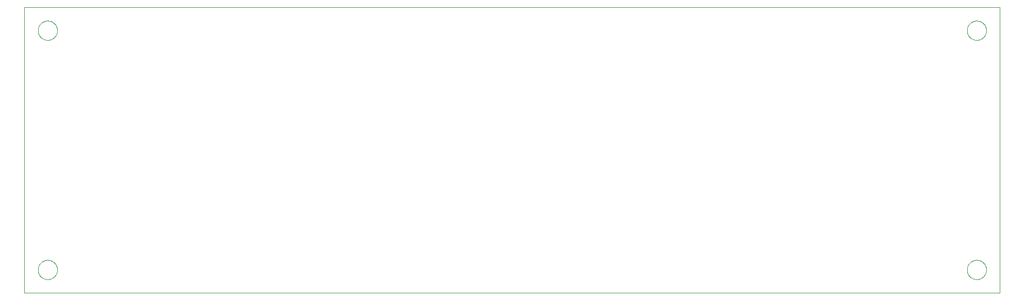
<source format=gko>
G75*
%MOIN*%
%OFA0B0*%
%FSLAX25Y25*%
%IPPOS*%
%LPD*%
%AMOC8*
5,1,8,0,0,1.08239X$1,22.5*
%
%ADD10C,0.00000*%
D10*
X0001300Y0011300D02*
X0001300Y0196300D01*
X0631300Y0196300D01*
X0631300Y0011300D01*
X0001300Y0011300D01*
X0010050Y0026300D02*
X0010052Y0026458D01*
X0010058Y0026615D01*
X0010068Y0026773D01*
X0010082Y0026930D01*
X0010100Y0027086D01*
X0010121Y0027243D01*
X0010147Y0027398D01*
X0010177Y0027553D01*
X0010210Y0027707D01*
X0010248Y0027860D01*
X0010289Y0028013D01*
X0010334Y0028164D01*
X0010383Y0028314D01*
X0010436Y0028462D01*
X0010492Y0028610D01*
X0010553Y0028755D01*
X0010616Y0028900D01*
X0010684Y0029042D01*
X0010755Y0029183D01*
X0010829Y0029322D01*
X0010907Y0029459D01*
X0010989Y0029594D01*
X0011073Y0029727D01*
X0011162Y0029858D01*
X0011253Y0029986D01*
X0011348Y0030113D01*
X0011445Y0030236D01*
X0011546Y0030358D01*
X0011650Y0030476D01*
X0011757Y0030592D01*
X0011867Y0030705D01*
X0011979Y0030816D01*
X0012095Y0030923D01*
X0012213Y0031028D01*
X0012333Y0031130D01*
X0012456Y0031228D01*
X0012582Y0031324D01*
X0012710Y0031416D01*
X0012840Y0031505D01*
X0012972Y0031591D01*
X0013107Y0031673D01*
X0013244Y0031752D01*
X0013382Y0031827D01*
X0013522Y0031899D01*
X0013665Y0031967D01*
X0013808Y0032032D01*
X0013954Y0032093D01*
X0014101Y0032150D01*
X0014249Y0032204D01*
X0014399Y0032254D01*
X0014549Y0032300D01*
X0014701Y0032342D01*
X0014854Y0032381D01*
X0015008Y0032415D01*
X0015163Y0032446D01*
X0015318Y0032472D01*
X0015474Y0032495D01*
X0015631Y0032514D01*
X0015788Y0032529D01*
X0015945Y0032540D01*
X0016103Y0032547D01*
X0016261Y0032550D01*
X0016418Y0032549D01*
X0016576Y0032544D01*
X0016733Y0032535D01*
X0016891Y0032522D01*
X0017047Y0032505D01*
X0017204Y0032484D01*
X0017359Y0032460D01*
X0017514Y0032431D01*
X0017669Y0032398D01*
X0017822Y0032362D01*
X0017975Y0032321D01*
X0018126Y0032277D01*
X0018276Y0032229D01*
X0018425Y0032178D01*
X0018573Y0032122D01*
X0018719Y0032063D01*
X0018864Y0032000D01*
X0019007Y0031933D01*
X0019148Y0031863D01*
X0019287Y0031790D01*
X0019425Y0031713D01*
X0019561Y0031632D01*
X0019694Y0031548D01*
X0019825Y0031461D01*
X0019954Y0031370D01*
X0020081Y0031276D01*
X0020206Y0031179D01*
X0020327Y0031079D01*
X0020447Y0030976D01*
X0020563Y0030870D01*
X0020677Y0030761D01*
X0020789Y0030649D01*
X0020897Y0030535D01*
X0021002Y0030417D01*
X0021105Y0030297D01*
X0021204Y0030175D01*
X0021300Y0030050D01*
X0021393Y0029922D01*
X0021483Y0029793D01*
X0021569Y0029661D01*
X0021653Y0029527D01*
X0021732Y0029391D01*
X0021809Y0029253D01*
X0021881Y0029113D01*
X0021950Y0028971D01*
X0022016Y0028828D01*
X0022078Y0028683D01*
X0022136Y0028536D01*
X0022191Y0028388D01*
X0022242Y0028239D01*
X0022289Y0028088D01*
X0022332Y0027937D01*
X0022371Y0027784D01*
X0022407Y0027630D01*
X0022438Y0027476D01*
X0022466Y0027321D01*
X0022490Y0027165D01*
X0022510Y0027008D01*
X0022526Y0026851D01*
X0022538Y0026694D01*
X0022546Y0026537D01*
X0022550Y0026379D01*
X0022550Y0026221D01*
X0022546Y0026063D01*
X0022538Y0025906D01*
X0022526Y0025749D01*
X0022510Y0025592D01*
X0022490Y0025435D01*
X0022466Y0025279D01*
X0022438Y0025124D01*
X0022407Y0024970D01*
X0022371Y0024816D01*
X0022332Y0024663D01*
X0022289Y0024512D01*
X0022242Y0024361D01*
X0022191Y0024212D01*
X0022136Y0024064D01*
X0022078Y0023917D01*
X0022016Y0023772D01*
X0021950Y0023629D01*
X0021881Y0023487D01*
X0021809Y0023347D01*
X0021732Y0023209D01*
X0021653Y0023073D01*
X0021569Y0022939D01*
X0021483Y0022807D01*
X0021393Y0022678D01*
X0021300Y0022550D01*
X0021204Y0022425D01*
X0021105Y0022303D01*
X0021002Y0022183D01*
X0020897Y0022065D01*
X0020789Y0021951D01*
X0020677Y0021839D01*
X0020563Y0021730D01*
X0020447Y0021624D01*
X0020327Y0021521D01*
X0020206Y0021421D01*
X0020081Y0021324D01*
X0019954Y0021230D01*
X0019825Y0021139D01*
X0019694Y0021052D01*
X0019561Y0020968D01*
X0019425Y0020887D01*
X0019287Y0020810D01*
X0019148Y0020737D01*
X0019007Y0020667D01*
X0018864Y0020600D01*
X0018719Y0020537D01*
X0018573Y0020478D01*
X0018425Y0020422D01*
X0018276Y0020371D01*
X0018126Y0020323D01*
X0017975Y0020279D01*
X0017822Y0020238D01*
X0017669Y0020202D01*
X0017514Y0020169D01*
X0017359Y0020140D01*
X0017204Y0020116D01*
X0017047Y0020095D01*
X0016891Y0020078D01*
X0016733Y0020065D01*
X0016576Y0020056D01*
X0016418Y0020051D01*
X0016261Y0020050D01*
X0016103Y0020053D01*
X0015945Y0020060D01*
X0015788Y0020071D01*
X0015631Y0020086D01*
X0015474Y0020105D01*
X0015318Y0020128D01*
X0015163Y0020154D01*
X0015008Y0020185D01*
X0014854Y0020219D01*
X0014701Y0020258D01*
X0014549Y0020300D01*
X0014399Y0020346D01*
X0014249Y0020396D01*
X0014101Y0020450D01*
X0013954Y0020507D01*
X0013808Y0020568D01*
X0013665Y0020633D01*
X0013522Y0020701D01*
X0013382Y0020773D01*
X0013244Y0020848D01*
X0013107Y0020927D01*
X0012972Y0021009D01*
X0012840Y0021095D01*
X0012710Y0021184D01*
X0012582Y0021276D01*
X0012456Y0021372D01*
X0012333Y0021470D01*
X0012213Y0021572D01*
X0012095Y0021677D01*
X0011979Y0021784D01*
X0011867Y0021895D01*
X0011757Y0022008D01*
X0011650Y0022124D01*
X0011546Y0022242D01*
X0011445Y0022364D01*
X0011348Y0022487D01*
X0011253Y0022614D01*
X0011162Y0022742D01*
X0011073Y0022873D01*
X0010989Y0023006D01*
X0010907Y0023141D01*
X0010829Y0023278D01*
X0010755Y0023417D01*
X0010684Y0023558D01*
X0010616Y0023700D01*
X0010553Y0023845D01*
X0010492Y0023990D01*
X0010436Y0024138D01*
X0010383Y0024286D01*
X0010334Y0024436D01*
X0010289Y0024587D01*
X0010248Y0024740D01*
X0010210Y0024893D01*
X0010177Y0025047D01*
X0010147Y0025202D01*
X0010121Y0025357D01*
X0010100Y0025514D01*
X0010082Y0025670D01*
X0010068Y0025827D01*
X0010058Y0025985D01*
X0010052Y0026142D01*
X0010050Y0026300D01*
X0010050Y0181300D02*
X0010052Y0181458D01*
X0010058Y0181615D01*
X0010068Y0181773D01*
X0010082Y0181930D01*
X0010100Y0182086D01*
X0010121Y0182243D01*
X0010147Y0182398D01*
X0010177Y0182553D01*
X0010210Y0182707D01*
X0010248Y0182860D01*
X0010289Y0183013D01*
X0010334Y0183164D01*
X0010383Y0183314D01*
X0010436Y0183462D01*
X0010492Y0183610D01*
X0010553Y0183755D01*
X0010616Y0183900D01*
X0010684Y0184042D01*
X0010755Y0184183D01*
X0010829Y0184322D01*
X0010907Y0184459D01*
X0010989Y0184594D01*
X0011073Y0184727D01*
X0011162Y0184858D01*
X0011253Y0184986D01*
X0011348Y0185113D01*
X0011445Y0185236D01*
X0011546Y0185358D01*
X0011650Y0185476D01*
X0011757Y0185592D01*
X0011867Y0185705D01*
X0011979Y0185816D01*
X0012095Y0185923D01*
X0012213Y0186028D01*
X0012333Y0186130D01*
X0012456Y0186228D01*
X0012582Y0186324D01*
X0012710Y0186416D01*
X0012840Y0186505D01*
X0012972Y0186591D01*
X0013107Y0186673D01*
X0013244Y0186752D01*
X0013382Y0186827D01*
X0013522Y0186899D01*
X0013665Y0186967D01*
X0013808Y0187032D01*
X0013954Y0187093D01*
X0014101Y0187150D01*
X0014249Y0187204D01*
X0014399Y0187254D01*
X0014549Y0187300D01*
X0014701Y0187342D01*
X0014854Y0187381D01*
X0015008Y0187415D01*
X0015163Y0187446D01*
X0015318Y0187472D01*
X0015474Y0187495D01*
X0015631Y0187514D01*
X0015788Y0187529D01*
X0015945Y0187540D01*
X0016103Y0187547D01*
X0016261Y0187550D01*
X0016418Y0187549D01*
X0016576Y0187544D01*
X0016733Y0187535D01*
X0016891Y0187522D01*
X0017047Y0187505D01*
X0017204Y0187484D01*
X0017359Y0187460D01*
X0017514Y0187431D01*
X0017669Y0187398D01*
X0017822Y0187362D01*
X0017975Y0187321D01*
X0018126Y0187277D01*
X0018276Y0187229D01*
X0018425Y0187178D01*
X0018573Y0187122D01*
X0018719Y0187063D01*
X0018864Y0187000D01*
X0019007Y0186933D01*
X0019148Y0186863D01*
X0019287Y0186790D01*
X0019425Y0186713D01*
X0019561Y0186632D01*
X0019694Y0186548D01*
X0019825Y0186461D01*
X0019954Y0186370D01*
X0020081Y0186276D01*
X0020206Y0186179D01*
X0020327Y0186079D01*
X0020447Y0185976D01*
X0020563Y0185870D01*
X0020677Y0185761D01*
X0020789Y0185649D01*
X0020897Y0185535D01*
X0021002Y0185417D01*
X0021105Y0185297D01*
X0021204Y0185175D01*
X0021300Y0185050D01*
X0021393Y0184922D01*
X0021483Y0184793D01*
X0021569Y0184661D01*
X0021653Y0184527D01*
X0021732Y0184391D01*
X0021809Y0184253D01*
X0021881Y0184113D01*
X0021950Y0183971D01*
X0022016Y0183828D01*
X0022078Y0183683D01*
X0022136Y0183536D01*
X0022191Y0183388D01*
X0022242Y0183239D01*
X0022289Y0183088D01*
X0022332Y0182937D01*
X0022371Y0182784D01*
X0022407Y0182630D01*
X0022438Y0182476D01*
X0022466Y0182321D01*
X0022490Y0182165D01*
X0022510Y0182008D01*
X0022526Y0181851D01*
X0022538Y0181694D01*
X0022546Y0181537D01*
X0022550Y0181379D01*
X0022550Y0181221D01*
X0022546Y0181063D01*
X0022538Y0180906D01*
X0022526Y0180749D01*
X0022510Y0180592D01*
X0022490Y0180435D01*
X0022466Y0180279D01*
X0022438Y0180124D01*
X0022407Y0179970D01*
X0022371Y0179816D01*
X0022332Y0179663D01*
X0022289Y0179512D01*
X0022242Y0179361D01*
X0022191Y0179212D01*
X0022136Y0179064D01*
X0022078Y0178917D01*
X0022016Y0178772D01*
X0021950Y0178629D01*
X0021881Y0178487D01*
X0021809Y0178347D01*
X0021732Y0178209D01*
X0021653Y0178073D01*
X0021569Y0177939D01*
X0021483Y0177807D01*
X0021393Y0177678D01*
X0021300Y0177550D01*
X0021204Y0177425D01*
X0021105Y0177303D01*
X0021002Y0177183D01*
X0020897Y0177065D01*
X0020789Y0176951D01*
X0020677Y0176839D01*
X0020563Y0176730D01*
X0020447Y0176624D01*
X0020327Y0176521D01*
X0020206Y0176421D01*
X0020081Y0176324D01*
X0019954Y0176230D01*
X0019825Y0176139D01*
X0019694Y0176052D01*
X0019561Y0175968D01*
X0019425Y0175887D01*
X0019287Y0175810D01*
X0019148Y0175737D01*
X0019007Y0175667D01*
X0018864Y0175600D01*
X0018719Y0175537D01*
X0018573Y0175478D01*
X0018425Y0175422D01*
X0018276Y0175371D01*
X0018126Y0175323D01*
X0017975Y0175279D01*
X0017822Y0175238D01*
X0017669Y0175202D01*
X0017514Y0175169D01*
X0017359Y0175140D01*
X0017204Y0175116D01*
X0017047Y0175095D01*
X0016891Y0175078D01*
X0016733Y0175065D01*
X0016576Y0175056D01*
X0016418Y0175051D01*
X0016261Y0175050D01*
X0016103Y0175053D01*
X0015945Y0175060D01*
X0015788Y0175071D01*
X0015631Y0175086D01*
X0015474Y0175105D01*
X0015318Y0175128D01*
X0015163Y0175154D01*
X0015008Y0175185D01*
X0014854Y0175219D01*
X0014701Y0175258D01*
X0014549Y0175300D01*
X0014399Y0175346D01*
X0014249Y0175396D01*
X0014101Y0175450D01*
X0013954Y0175507D01*
X0013808Y0175568D01*
X0013665Y0175633D01*
X0013522Y0175701D01*
X0013382Y0175773D01*
X0013244Y0175848D01*
X0013107Y0175927D01*
X0012972Y0176009D01*
X0012840Y0176095D01*
X0012710Y0176184D01*
X0012582Y0176276D01*
X0012456Y0176372D01*
X0012333Y0176470D01*
X0012213Y0176572D01*
X0012095Y0176677D01*
X0011979Y0176784D01*
X0011867Y0176895D01*
X0011757Y0177008D01*
X0011650Y0177124D01*
X0011546Y0177242D01*
X0011445Y0177364D01*
X0011348Y0177487D01*
X0011253Y0177614D01*
X0011162Y0177742D01*
X0011073Y0177873D01*
X0010989Y0178006D01*
X0010907Y0178141D01*
X0010829Y0178278D01*
X0010755Y0178417D01*
X0010684Y0178558D01*
X0010616Y0178700D01*
X0010553Y0178845D01*
X0010492Y0178990D01*
X0010436Y0179138D01*
X0010383Y0179286D01*
X0010334Y0179436D01*
X0010289Y0179587D01*
X0010248Y0179740D01*
X0010210Y0179893D01*
X0010177Y0180047D01*
X0010147Y0180202D01*
X0010121Y0180357D01*
X0010100Y0180514D01*
X0010082Y0180670D01*
X0010068Y0180827D01*
X0010058Y0180985D01*
X0010052Y0181142D01*
X0010050Y0181300D01*
X0610050Y0181300D02*
X0610052Y0181458D01*
X0610058Y0181615D01*
X0610068Y0181773D01*
X0610082Y0181930D01*
X0610100Y0182086D01*
X0610121Y0182243D01*
X0610147Y0182398D01*
X0610177Y0182553D01*
X0610210Y0182707D01*
X0610248Y0182860D01*
X0610289Y0183013D01*
X0610334Y0183164D01*
X0610383Y0183314D01*
X0610436Y0183462D01*
X0610492Y0183610D01*
X0610553Y0183755D01*
X0610616Y0183900D01*
X0610684Y0184042D01*
X0610755Y0184183D01*
X0610829Y0184322D01*
X0610907Y0184459D01*
X0610989Y0184594D01*
X0611073Y0184727D01*
X0611162Y0184858D01*
X0611253Y0184986D01*
X0611348Y0185113D01*
X0611445Y0185236D01*
X0611546Y0185358D01*
X0611650Y0185476D01*
X0611757Y0185592D01*
X0611867Y0185705D01*
X0611979Y0185816D01*
X0612095Y0185923D01*
X0612213Y0186028D01*
X0612333Y0186130D01*
X0612456Y0186228D01*
X0612582Y0186324D01*
X0612710Y0186416D01*
X0612840Y0186505D01*
X0612972Y0186591D01*
X0613107Y0186673D01*
X0613244Y0186752D01*
X0613382Y0186827D01*
X0613522Y0186899D01*
X0613665Y0186967D01*
X0613808Y0187032D01*
X0613954Y0187093D01*
X0614101Y0187150D01*
X0614249Y0187204D01*
X0614399Y0187254D01*
X0614549Y0187300D01*
X0614701Y0187342D01*
X0614854Y0187381D01*
X0615008Y0187415D01*
X0615163Y0187446D01*
X0615318Y0187472D01*
X0615474Y0187495D01*
X0615631Y0187514D01*
X0615788Y0187529D01*
X0615945Y0187540D01*
X0616103Y0187547D01*
X0616261Y0187550D01*
X0616418Y0187549D01*
X0616576Y0187544D01*
X0616733Y0187535D01*
X0616891Y0187522D01*
X0617047Y0187505D01*
X0617204Y0187484D01*
X0617359Y0187460D01*
X0617514Y0187431D01*
X0617669Y0187398D01*
X0617822Y0187362D01*
X0617975Y0187321D01*
X0618126Y0187277D01*
X0618276Y0187229D01*
X0618425Y0187178D01*
X0618573Y0187122D01*
X0618719Y0187063D01*
X0618864Y0187000D01*
X0619007Y0186933D01*
X0619148Y0186863D01*
X0619287Y0186790D01*
X0619425Y0186713D01*
X0619561Y0186632D01*
X0619694Y0186548D01*
X0619825Y0186461D01*
X0619954Y0186370D01*
X0620081Y0186276D01*
X0620206Y0186179D01*
X0620327Y0186079D01*
X0620447Y0185976D01*
X0620563Y0185870D01*
X0620677Y0185761D01*
X0620789Y0185649D01*
X0620897Y0185535D01*
X0621002Y0185417D01*
X0621105Y0185297D01*
X0621204Y0185175D01*
X0621300Y0185050D01*
X0621393Y0184922D01*
X0621483Y0184793D01*
X0621569Y0184661D01*
X0621653Y0184527D01*
X0621732Y0184391D01*
X0621809Y0184253D01*
X0621881Y0184113D01*
X0621950Y0183971D01*
X0622016Y0183828D01*
X0622078Y0183683D01*
X0622136Y0183536D01*
X0622191Y0183388D01*
X0622242Y0183239D01*
X0622289Y0183088D01*
X0622332Y0182937D01*
X0622371Y0182784D01*
X0622407Y0182630D01*
X0622438Y0182476D01*
X0622466Y0182321D01*
X0622490Y0182165D01*
X0622510Y0182008D01*
X0622526Y0181851D01*
X0622538Y0181694D01*
X0622546Y0181537D01*
X0622550Y0181379D01*
X0622550Y0181221D01*
X0622546Y0181063D01*
X0622538Y0180906D01*
X0622526Y0180749D01*
X0622510Y0180592D01*
X0622490Y0180435D01*
X0622466Y0180279D01*
X0622438Y0180124D01*
X0622407Y0179970D01*
X0622371Y0179816D01*
X0622332Y0179663D01*
X0622289Y0179512D01*
X0622242Y0179361D01*
X0622191Y0179212D01*
X0622136Y0179064D01*
X0622078Y0178917D01*
X0622016Y0178772D01*
X0621950Y0178629D01*
X0621881Y0178487D01*
X0621809Y0178347D01*
X0621732Y0178209D01*
X0621653Y0178073D01*
X0621569Y0177939D01*
X0621483Y0177807D01*
X0621393Y0177678D01*
X0621300Y0177550D01*
X0621204Y0177425D01*
X0621105Y0177303D01*
X0621002Y0177183D01*
X0620897Y0177065D01*
X0620789Y0176951D01*
X0620677Y0176839D01*
X0620563Y0176730D01*
X0620447Y0176624D01*
X0620327Y0176521D01*
X0620206Y0176421D01*
X0620081Y0176324D01*
X0619954Y0176230D01*
X0619825Y0176139D01*
X0619694Y0176052D01*
X0619561Y0175968D01*
X0619425Y0175887D01*
X0619287Y0175810D01*
X0619148Y0175737D01*
X0619007Y0175667D01*
X0618864Y0175600D01*
X0618719Y0175537D01*
X0618573Y0175478D01*
X0618425Y0175422D01*
X0618276Y0175371D01*
X0618126Y0175323D01*
X0617975Y0175279D01*
X0617822Y0175238D01*
X0617669Y0175202D01*
X0617514Y0175169D01*
X0617359Y0175140D01*
X0617204Y0175116D01*
X0617047Y0175095D01*
X0616891Y0175078D01*
X0616733Y0175065D01*
X0616576Y0175056D01*
X0616418Y0175051D01*
X0616261Y0175050D01*
X0616103Y0175053D01*
X0615945Y0175060D01*
X0615788Y0175071D01*
X0615631Y0175086D01*
X0615474Y0175105D01*
X0615318Y0175128D01*
X0615163Y0175154D01*
X0615008Y0175185D01*
X0614854Y0175219D01*
X0614701Y0175258D01*
X0614549Y0175300D01*
X0614399Y0175346D01*
X0614249Y0175396D01*
X0614101Y0175450D01*
X0613954Y0175507D01*
X0613808Y0175568D01*
X0613665Y0175633D01*
X0613522Y0175701D01*
X0613382Y0175773D01*
X0613244Y0175848D01*
X0613107Y0175927D01*
X0612972Y0176009D01*
X0612840Y0176095D01*
X0612710Y0176184D01*
X0612582Y0176276D01*
X0612456Y0176372D01*
X0612333Y0176470D01*
X0612213Y0176572D01*
X0612095Y0176677D01*
X0611979Y0176784D01*
X0611867Y0176895D01*
X0611757Y0177008D01*
X0611650Y0177124D01*
X0611546Y0177242D01*
X0611445Y0177364D01*
X0611348Y0177487D01*
X0611253Y0177614D01*
X0611162Y0177742D01*
X0611073Y0177873D01*
X0610989Y0178006D01*
X0610907Y0178141D01*
X0610829Y0178278D01*
X0610755Y0178417D01*
X0610684Y0178558D01*
X0610616Y0178700D01*
X0610553Y0178845D01*
X0610492Y0178990D01*
X0610436Y0179138D01*
X0610383Y0179286D01*
X0610334Y0179436D01*
X0610289Y0179587D01*
X0610248Y0179740D01*
X0610210Y0179893D01*
X0610177Y0180047D01*
X0610147Y0180202D01*
X0610121Y0180357D01*
X0610100Y0180514D01*
X0610082Y0180670D01*
X0610068Y0180827D01*
X0610058Y0180985D01*
X0610052Y0181142D01*
X0610050Y0181300D01*
X0610050Y0026300D02*
X0610052Y0026458D01*
X0610058Y0026615D01*
X0610068Y0026773D01*
X0610082Y0026930D01*
X0610100Y0027086D01*
X0610121Y0027243D01*
X0610147Y0027398D01*
X0610177Y0027553D01*
X0610210Y0027707D01*
X0610248Y0027860D01*
X0610289Y0028013D01*
X0610334Y0028164D01*
X0610383Y0028314D01*
X0610436Y0028462D01*
X0610492Y0028610D01*
X0610553Y0028755D01*
X0610616Y0028900D01*
X0610684Y0029042D01*
X0610755Y0029183D01*
X0610829Y0029322D01*
X0610907Y0029459D01*
X0610989Y0029594D01*
X0611073Y0029727D01*
X0611162Y0029858D01*
X0611253Y0029986D01*
X0611348Y0030113D01*
X0611445Y0030236D01*
X0611546Y0030358D01*
X0611650Y0030476D01*
X0611757Y0030592D01*
X0611867Y0030705D01*
X0611979Y0030816D01*
X0612095Y0030923D01*
X0612213Y0031028D01*
X0612333Y0031130D01*
X0612456Y0031228D01*
X0612582Y0031324D01*
X0612710Y0031416D01*
X0612840Y0031505D01*
X0612972Y0031591D01*
X0613107Y0031673D01*
X0613244Y0031752D01*
X0613382Y0031827D01*
X0613522Y0031899D01*
X0613665Y0031967D01*
X0613808Y0032032D01*
X0613954Y0032093D01*
X0614101Y0032150D01*
X0614249Y0032204D01*
X0614399Y0032254D01*
X0614549Y0032300D01*
X0614701Y0032342D01*
X0614854Y0032381D01*
X0615008Y0032415D01*
X0615163Y0032446D01*
X0615318Y0032472D01*
X0615474Y0032495D01*
X0615631Y0032514D01*
X0615788Y0032529D01*
X0615945Y0032540D01*
X0616103Y0032547D01*
X0616261Y0032550D01*
X0616418Y0032549D01*
X0616576Y0032544D01*
X0616733Y0032535D01*
X0616891Y0032522D01*
X0617047Y0032505D01*
X0617204Y0032484D01*
X0617359Y0032460D01*
X0617514Y0032431D01*
X0617669Y0032398D01*
X0617822Y0032362D01*
X0617975Y0032321D01*
X0618126Y0032277D01*
X0618276Y0032229D01*
X0618425Y0032178D01*
X0618573Y0032122D01*
X0618719Y0032063D01*
X0618864Y0032000D01*
X0619007Y0031933D01*
X0619148Y0031863D01*
X0619287Y0031790D01*
X0619425Y0031713D01*
X0619561Y0031632D01*
X0619694Y0031548D01*
X0619825Y0031461D01*
X0619954Y0031370D01*
X0620081Y0031276D01*
X0620206Y0031179D01*
X0620327Y0031079D01*
X0620447Y0030976D01*
X0620563Y0030870D01*
X0620677Y0030761D01*
X0620789Y0030649D01*
X0620897Y0030535D01*
X0621002Y0030417D01*
X0621105Y0030297D01*
X0621204Y0030175D01*
X0621300Y0030050D01*
X0621393Y0029922D01*
X0621483Y0029793D01*
X0621569Y0029661D01*
X0621653Y0029527D01*
X0621732Y0029391D01*
X0621809Y0029253D01*
X0621881Y0029113D01*
X0621950Y0028971D01*
X0622016Y0028828D01*
X0622078Y0028683D01*
X0622136Y0028536D01*
X0622191Y0028388D01*
X0622242Y0028239D01*
X0622289Y0028088D01*
X0622332Y0027937D01*
X0622371Y0027784D01*
X0622407Y0027630D01*
X0622438Y0027476D01*
X0622466Y0027321D01*
X0622490Y0027165D01*
X0622510Y0027008D01*
X0622526Y0026851D01*
X0622538Y0026694D01*
X0622546Y0026537D01*
X0622550Y0026379D01*
X0622550Y0026221D01*
X0622546Y0026063D01*
X0622538Y0025906D01*
X0622526Y0025749D01*
X0622510Y0025592D01*
X0622490Y0025435D01*
X0622466Y0025279D01*
X0622438Y0025124D01*
X0622407Y0024970D01*
X0622371Y0024816D01*
X0622332Y0024663D01*
X0622289Y0024512D01*
X0622242Y0024361D01*
X0622191Y0024212D01*
X0622136Y0024064D01*
X0622078Y0023917D01*
X0622016Y0023772D01*
X0621950Y0023629D01*
X0621881Y0023487D01*
X0621809Y0023347D01*
X0621732Y0023209D01*
X0621653Y0023073D01*
X0621569Y0022939D01*
X0621483Y0022807D01*
X0621393Y0022678D01*
X0621300Y0022550D01*
X0621204Y0022425D01*
X0621105Y0022303D01*
X0621002Y0022183D01*
X0620897Y0022065D01*
X0620789Y0021951D01*
X0620677Y0021839D01*
X0620563Y0021730D01*
X0620447Y0021624D01*
X0620327Y0021521D01*
X0620206Y0021421D01*
X0620081Y0021324D01*
X0619954Y0021230D01*
X0619825Y0021139D01*
X0619694Y0021052D01*
X0619561Y0020968D01*
X0619425Y0020887D01*
X0619287Y0020810D01*
X0619148Y0020737D01*
X0619007Y0020667D01*
X0618864Y0020600D01*
X0618719Y0020537D01*
X0618573Y0020478D01*
X0618425Y0020422D01*
X0618276Y0020371D01*
X0618126Y0020323D01*
X0617975Y0020279D01*
X0617822Y0020238D01*
X0617669Y0020202D01*
X0617514Y0020169D01*
X0617359Y0020140D01*
X0617204Y0020116D01*
X0617047Y0020095D01*
X0616891Y0020078D01*
X0616733Y0020065D01*
X0616576Y0020056D01*
X0616418Y0020051D01*
X0616261Y0020050D01*
X0616103Y0020053D01*
X0615945Y0020060D01*
X0615788Y0020071D01*
X0615631Y0020086D01*
X0615474Y0020105D01*
X0615318Y0020128D01*
X0615163Y0020154D01*
X0615008Y0020185D01*
X0614854Y0020219D01*
X0614701Y0020258D01*
X0614549Y0020300D01*
X0614399Y0020346D01*
X0614249Y0020396D01*
X0614101Y0020450D01*
X0613954Y0020507D01*
X0613808Y0020568D01*
X0613665Y0020633D01*
X0613522Y0020701D01*
X0613382Y0020773D01*
X0613244Y0020848D01*
X0613107Y0020927D01*
X0612972Y0021009D01*
X0612840Y0021095D01*
X0612710Y0021184D01*
X0612582Y0021276D01*
X0612456Y0021372D01*
X0612333Y0021470D01*
X0612213Y0021572D01*
X0612095Y0021677D01*
X0611979Y0021784D01*
X0611867Y0021895D01*
X0611757Y0022008D01*
X0611650Y0022124D01*
X0611546Y0022242D01*
X0611445Y0022364D01*
X0611348Y0022487D01*
X0611253Y0022614D01*
X0611162Y0022742D01*
X0611073Y0022873D01*
X0610989Y0023006D01*
X0610907Y0023141D01*
X0610829Y0023278D01*
X0610755Y0023417D01*
X0610684Y0023558D01*
X0610616Y0023700D01*
X0610553Y0023845D01*
X0610492Y0023990D01*
X0610436Y0024138D01*
X0610383Y0024286D01*
X0610334Y0024436D01*
X0610289Y0024587D01*
X0610248Y0024740D01*
X0610210Y0024893D01*
X0610177Y0025047D01*
X0610147Y0025202D01*
X0610121Y0025357D01*
X0610100Y0025514D01*
X0610082Y0025670D01*
X0610068Y0025827D01*
X0610058Y0025985D01*
X0610052Y0026142D01*
X0610050Y0026300D01*
M02*

</source>
